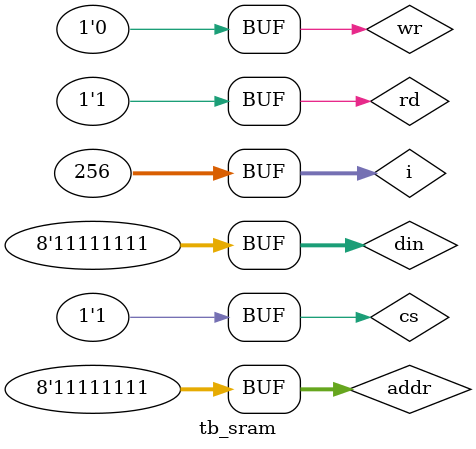
<source format=v>
`timescale 10ns/1ns
`include "sram.v"

module tb_sram;
  
  integer i;
  
  reg[7:0] din, addr;
  reg wr, rd, cs;
  wire[7:0] dout;
  
  sram sram_obj(dout, din, addr, wr, rd, cs);
  
  initial
  begin
    cs <= 1;
    rd <= 1;
    for (i = 0; i < 256; i = i + 1)
    begin
      din = i;
      addr = i;
      #5 wr = 1;
      #5 wr = 0;
    end
    for (i = 0; i < 256; i = i + 1)
    begin
      addr = i;
      #5 rd = 0;
      #5 rd = 1;
    end
  end
  
endmodule

</source>
